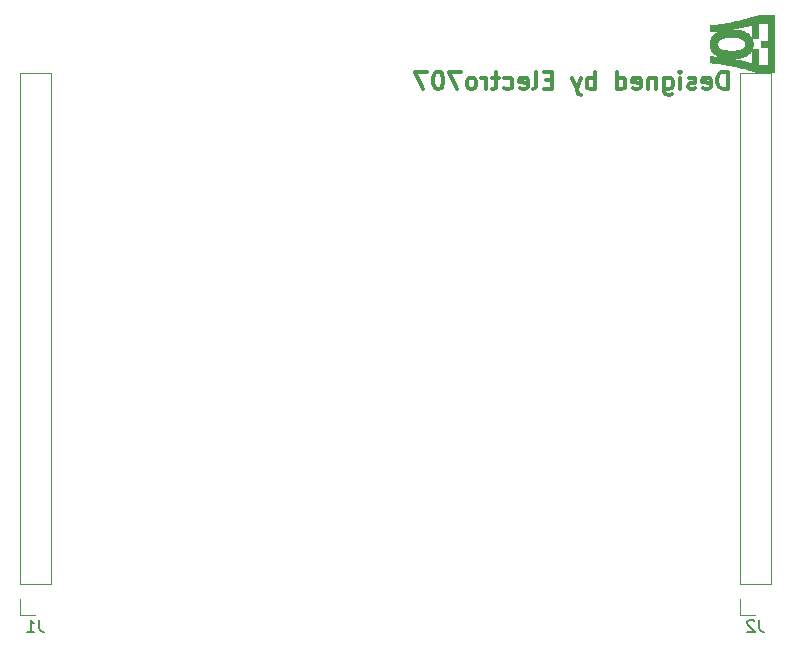
<source format=gbr>
G04 #@! TF.GenerationSoftware,KiCad,Pcbnew,5.1.6+dfsg1-1*
G04 #@! TF.CreationDate,2020-07-01T01:52:50-04:00*
G04 #@! TF.ProjectId,PCB,5043422e-6b69-4636-9164-5f7063625858,rev?*
G04 #@! TF.SameCoordinates,Original*
G04 #@! TF.FileFunction,Legend,Bot*
G04 #@! TF.FilePolarity,Positive*
%FSLAX46Y46*%
G04 Gerber Fmt 4.6, Leading zero omitted, Abs format (unit mm)*
G04 Created by KiCad (PCBNEW 5.1.6+dfsg1-1) date 2020-07-01 01:52:50*
%MOMM*%
%LPD*%
G01*
G04 APERTURE LIST*
%ADD10C,0.300000*%
%ADD11C,0.010000*%
%ADD12C,0.120000*%
%ADD13C,0.150000*%
G04 APERTURE END LIST*
D10*
X244028857Y-57193571D02*
X244028857Y-55693571D01*
X243671714Y-55693571D01*
X243457428Y-55765000D01*
X243314571Y-55907857D01*
X243243142Y-56050714D01*
X243171714Y-56336428D01*
X243171714Y-56550714D01*
X243243142Y-56836428D01*
X243314571Y-56979285D01*
X243457428Y-57122142D01*
X243671714Y-57193571D01*
X244028857Y-57193571D01*
X241957428Y-57122142D02*
X242100285Y-57193571D01*
X242386000Y-57193571D01*
X242528857Y-57122142D01*
X242600285Y-56979285D01*
X242600285Y-56407857D01*
X242528857Y-56265000D01*
X242386000Y-56193571D01*
X242100285Y-56193571D01*
X241957428Y-56265000D01*
X241886000Y-56407857D01*
X241886000Y-56550714D01*
X242600285Y-56693571D01*
X241314571Y-57122142D02*
X241171714Y-57193571D01*
X240886000Y-57193571D01*
X240743142Y-57122142D01*
X240671714Y-56979285D01*
X240671714Y-56907857D01*
X240743142Y-56765000D01*
X240886000Y-56693571D01*
X241100285Y-56693571D01*
X241243142Y-56622142D01*
X241314571Y-56479285D01*
X241314571Y-56407857D01*
X241243142Y-56265000D01*
X241100285Y-56193571D01*
X240886000Y-56193571D01*
X240743142Y-56265000D01*
X240028857Y-57193571D02*
X240028857Y-56193571D01*
X240028857Y-55693571D02*
X240100285Y-55765000D01*
X240028857Y-55836428D01*
X239957428Y-55765000D01*
X240028857Y-55693571D01*
X240028857Y-55836428D01*
X238671714Y-56193571D02*
X238671714Y-57407857D01*
X238743142Y-57550714D01*
X238814571Y-57622142D01*
X238957428Y-57693571D01*
X239171714Y-57693571D01*
X239314571Y-57622142D01*
X238671714Y-57122142D02*
X238814571Y-57193571D01*
X239100285Y-57193571D01*
X239243142Y-57122142D01*
X239314571Y-57050714D01*
X239386000Y-56907857D01*
X239386000Y-56479285D01*
X239314571Y-56336428D01*
X239243142Y-56265000D01*
X239100285Y-56193571D01*
X238814571Y-56193571D01*
X238671714Y-56265000D01*
X237957428Y-56193571D02*
X237957428Y-57193571D01*
X237957428Y-56336428D02*
X237886000Y-56265000D01*
X237743142Y-56193571D01*
X237528857Y-56193571D01*
X237386000Y-56265000D01*
X237314571Y-56407857D01*
X237314571Y-57193571D01*
X236028857Y-57122142D02*
X236171714Y-57193571D01*
X236457428Y-57193571D01*
X236600285Y-57122142D01*
X236671714Y-56979285D01*
X236671714Y-56407857D01*
X236600285Y-56265000D01*
X236457428Y-56193571D01*
X236171714Y-56193571D01*
X236028857Y-56265000D01*
X235957428Y-56407857D01*
X235957428Y-56550714D01*
X236671714Y-56693571D01*
X234671714Y-57193571D02*
X234671714Y-55693571D01*
X234671714Y-57122142D02*
X234814571Y-57193571D01*
X235100285Y-57193571D01*
X235243142Y-57122142D01*
X235314571Y-57050714D01*
X235386000Y-56907857D01*
X235386000Y-56479285D01*
X235314571Y-56336428D01*
X235243142Y-56265000D01*
X235100285Y-56193571D01*
X234814571Y-56193571D01*
X234671714Y-56265000D01*
X232814571Y-57193571D02*
X232814571Y-55693571D01*
X232814571Y-56265000D02*
X232671714Y-56193571D01*
X232386000Y-56193571D01*
X232243142Y-56265000D01*
X232171714Y-56336428D01*
X232100285Y-56479285D01*
X232100285Y-56907857D01*
X232171714Y-57050714D01*
X232243142Y-57122142D01*
X232386000Y-57193571D01*
X232671714Y-57193571D01*
X232814571Y-57122142D01*
X231600285Y-56193571D02*
X231243142Y-57193571D01*
X230886000Y-56193571D02*
X231243142Y-57193571D01*
X231386000Y-57550714D01*
X231457428Y-57622142D01*
X231600285Y-57693571D01*
X229171714Y-56407857D02*
X228671714Y-56407857D01*
X228457428Y-57193571D02*
X229171714Y-57193571D01*
X229171714Y-55693571D01*
X228457428Y-55693571D01*
X227600285Y-57193571D02*
X227743142Y-57122142D01*
X227814571Y-56979285D01*
X227814571Y-55693571D01*
X226457428Y-57122142D02*
X226600285Y-57193571D01*
X226886000Y-57193571D01*
X227028857Y-57122142D01*
X227100285Y-56979285D01*
X227100285Y-56407857D01*
X227028857Y-56265000D01*
X226886000Y-56193571D01*
X226600285Y-56193571D01*
X226457428Y-56265000D01*
X226386000Y-56407857D01*
X226386000Y-56550714D01*
X227100285Y-56693571D01*
X225100285Y-57122142D02*
X225243142Y-57193571D01*
X225528857Y-57193571D01*
X225671714Y-57122142D01*
X225743142Y-57050714D01*
X225814571Y-56907857D01*
X225814571Y-56479285D01*
X225743142Y-56336428D01*
X225671714Y-56265000D01*
X225528857Y-56193571D01*
X225243142Y-56193571D01*
X225100285Y-56265000D01*
X224671714Y-56193571D02*
X224100285Y-56193571D01*
X224457428Y-55693571D02*
X224457428Y-56979285D01*
X224386000Y-57122142D01*
X224243142Y-57193571D01*
X224100285Y-57193571D01*
X223600285Y-57193571D02*
X223600285Y-56193571D01*
X223600285Y-56479285D02*
X223528857Y-56336428D01*
X223457428Y-56265000D01*
X223314571Y-56193571D01*
X223171714Y-56193571D01*
X222457428Y-57193571D02*
X222600285Y-57122142D01*
X222671714Y-57050714D01*
X222743142Y-56907857D01*
X222743142Y-56479285D01*
X222671714Y-56336428D01*
X222600285Y-56265000D01*
X222457428Y-56193571D01*
X222243142Y-56193571D01*
X222100285Y-56265000D01*
X222028857Y-56336428D01*
X221957428Y-56479285D01*
X221957428Y-56907857D01*
X222028857Y-57050714D01*
X222100285Y-57122142D01*
X222243142Y-57193571D01*
X222457428Y-57193571D01*
X221457428Y-55693571D02*
X220457428Y-55693571D01*
X221100285Y-57193571D01*
X219600285Y-55693571D02*
X219457428Y-55693571D01*
X219314571Y-55765000D01*
X219243142Y-55836428D01*
X219171714Y-55979285D01*
X219100285Y-56265000D01*
X219100285Y-56622142D01*
X219171714Y-56907857D01*
X219243142Y-57050714D01*
X219314571Y-57122142D01*
X219457428Y-57193571D01*
X219600285Y-57193571D01*
X219743142Y-57122142D01*
X219814571Y-57050714D01*
X219886000Y-56907857D01*
X219957428Y-56622142D01*
X219957428Y-56265000D01*
X219886000Y-55979285D01*
X219814571Y-55836428D01*
X219743142Y-55765000D01*
X219600285Y-55693571D01*
X218600285Y-55693571D02*
X217600285Y-55693571D01*
X218243142Y-57193571D01*
D11*
G36*
X246609249Y-50921810D02*
G01*
X246542673Y-50943336D01*
X246487958Y-50960573D01*
X246422745Y-50980334D01*
X246348195Y-51002303D01*
X246265468Y-51026164D01*
X246175727Y-51051599D01*
X246080133Y-51078294D01*
X245979846Y-51105930D01*
X245876029Y-51134192D01*
X245769842Y-51162763D01*
X245662447Y-51191327D01*
X245555004Y-51219568D01*
X245448677Y-51247167D01*
X245344624Y-51273811D01*
X245244009Y-51299181D01*
X245165076Y-51318765D01*
X244897754Y-51383338D01*
X244641272Y-51442816D01*
X244395606Y-51497202D01*
X244160732Y-51546502D01*
X243936625Y-51590719D01*
X243723261Y-51629857D01*
X243520618Y-51663920D01*
X243328670Y-51692913D01*
X243147395Y-51716840D01*
X242976767Y-51735705D01*
X242816763Y-51749512D01*
X242667359Y-51758265D01*
X242634295Y-51759571D01*
X242518786Y-51763697D01*
X242518786Y-52277917D01*
X242598292Y-52277859D01*
X242682036Y-52276676D01*
X242775479Y-52273224D01*
X242878943Y-52267481D01*
X242992750Y-52259422D01*
X243117223Y-52249024D01*
X243252683Y-52236263D01*
X243399454Y-52221115D01*
X243458257Y-52214728D01*
X243466613Y-52214461D01*
X243464964Y-52216682D01*
X243452896Y-52221566D01*
X243429993Y-52229287D01*
X243403855Y-52237542D01*
X243275351Y-52281955D01*
X243157239Y-52332247D01*
X243049399Y-52388509D01*
X242951709Y-52450832D01*
X242864050Y-52519306D01*
X242786300Y-52594022D01*
X242718340Y-52675071D01*
X242660048Y-52762544D01*
X242628250Y-52820959D01*
X242592039Y-52901505D01*
X242563537Y-52983891D01*
X242542362Y-53069931D01*
X242528131Y-53161441D01*
X242520462Y-53260233D01*
X242518786Y-53340000D01*
X242521808Y-53445586D01*
X242531126Y-53542524D01*
X242547120Y-53632610D01*
X242570167Y-53717636D01*
X242600645Y-53799397D01*
X242628237Y-53858914D01*
X242658652Y-53915805D01*
X242690152Y-53966451D01*
X242725084Y-54014082D01*
X242765795Y-54061928D01*
X242808620Y-54107136D01*
X242884484Y-54177043D01*
X242968606Y-54240815D01*
X243061552Y-54298772D01*
X243163891Y-54351234D01*
X243276190Y-54398521D01*
X243399015Y-54440951D01*
X243403855Y-54442459D01*
X243435645Y-54452554D01*
X243456271Y-54459673D01*
X243466147Y-54463992D01*
X243465690Y-54465683D01*
X243458257Y-54465272D01*
X243307104Y-54449211D01*
X243167384Y-54435546D01*
X243038774Y-54424253D01*
X242920952Y-54415308D01*
X242813596Y-54408687D01*
X242716383Y-54404368D01*
X242628991Y-54402325D01*
X242598292Y-54402141D01*
X242518786Y-54402084D01*
X242518786Y-54918125D01*
X242568290Y-54918212D01*
X242602268Y-54918816D01*
X242645688Y-54920429D01*
X242696043Y-54922904D01*
X242750831Y-54926093D01*
X242807545Y-54929848D01*
X242863682Y-54934021D01*
X242916738Y-54938464D01*
X242926818Y-54939378D01*
X243084046Y-54955700D01*
X243251863Y-54976703D01*
X243429844Y-55002300D01*
X243502863Y-55014009D01*
X243502863Y-54474090D01*
X243497924Y-54471894D01*
X243498863Y-54470089D01*
X243505984Y-54469371D01*
X243506863Y-54470089D01*
X243506040Y-54473657D01*
X243502863Y-54474090D01*
X243502863Y-55014009D01*
X243617564Y-55032403D01*
X243814599Y-55066926D01*
X244020523Y-55105780D01*
X244234913Y-55148880D01*
X244457344Y-55196137D01*
X244687391Y-55247464D01*
X244924629Y-55302775D01*
X245168634Y-55361982D01*
X245418981Y-55424998D01*
X245675246Y-55491735D01*
X245867049Y-55543089D01*
X245927959Y-55559704D01*
X245993343Y-55577759D01*
X246061641Y-55596807D01*
X246131294Y-55616402D01*
X246200742Y-55636098D01*
X246268426Y-55655448D01*
X246332787Y-55674005D01*
X246392264Y-55691324D01*
X246445298Y-55706958D01*
X246490330Y-55720460D01*
X246525800Y-55731384D01*
X246534164Y-55734035D01*
X246609723Y-55758191D01*
X247439173Y-55758191D01*
X247439173Y-55122141D01*
X246635110Y-55122141D01*
X246635110Y-53802037D01*
X246119069Y-53802037D01*
X246119069Y-54994092D01*
X246048564Y-54973705D01*
X245973506Y-54952682D01*
X245887823Y-54929905D01*
X245792718Y-54905654D01*
X245689391Y-54880209D01*
X245579047Y-54853853D01*
X245462886Y-54826865D01*
X245342110Y-54799526D01*
X245217923Y-54772117D01*
X245091525Y-54744919D01*
X244964120Y-54718213D01*
X244885972Y-54702191D01*
X244837431Y-54692471D01*
X244781198Y-54681455D01*
X244718966Y-54669457D01*
X244652429Y-54656790D01*
X244583280Y-54643767D01*
X244513213Y-54630703D01*
X244443920Y-54617909D01*
X244377095Y-54605701D01*
X244314432Y-54594390D01*
X244257624Y-54584291D01*
X244208364Y-54575718D01*
X244168346Y-54568983D01*
X244152414Y-54566416D01*
X244125715Y-54562177D01*
X244104003Y-54558678D01*
X244089629Y-54556301D01*
X244084909Y-54555433D01*
X244090700Y-54555361D01*
X244107243Y-54555293D01*
X244133284Y-54555233D01*
X244167574Y-54555182D01*
X244208861Y-54555141D01*
X244255896Y-54555113D01*
X244307427Y-54555098D01*
X244332428Y-54555096D01*
X244365139Y-54555015D01*
X244365139Y-53918397D01*
X244301438Y-53918368D01*
X244238966Y-53917835D01*
X244179924Y-53916798D01*
X244126516Y-53915256D01*
X244080945Y-53913210D01*
X244048906Y-53910978D01*
X243915371Y-53896224D01*
X243792551Y-53876432D01*
X243680469Y-53851613D01*
X243579147Y-53821779D01*
X243488606Y-53786943D01*
X243408870Y-53747116D01*
X243339960Y-53702310D01*
X243281898Y-53652538D01*
X243234707Y-53597810D01*
X243198408Y-53538138D01*
X243173025Y-53473536D01*
X243163747Y-53436020D01*
X243157640Y-53390254D01*
X243155727Y-53338965D01*
X243158019Y-53287882D01*
X243163333Y-53248640D01*
X243182288Y-53180558D01*
X243212133Y-53117511D01*
X243252867Y-53059500D01*
X243304485Y-53006527D01*
X243366983Y-52958595D01*
X243440359Y-52915705D01*
X243502863Y-52887627D01*
X243502863Y-52211911D01*
X243497924Y-52209716D01*
X243498863Y-52207911D01*
X243505984Y-52207193D01*
X243506863Y-52207911D01*
X243506040Y-52211478D01*
X243502863Y-52211911D01*
X243502863Y-52887627D01*
X243524608Y-52877858D01*
X243619727Y-52845058D01*
X243725714Y-52817305D01*
X243842563Y-52794603D01*
X243970272Y-52776951D01*
X244048906Y-52769065D01*
X244085594Y-52766595D01*
X244132073Y-52764623D01*
X244186143Y-52763151D01*
X244245603Y-52762177D01*
X244308254Y-52761703D01*
X244371896Y-52761728D01*
X244434329Y-52762251D01*
X244493353Y-52763274D01*
X244546768Y-52764796D01*
X244592374Y-52766817D01*
X244624951Y-52769065D01*
X244757994Y-52783645D01*
X244880148Y-52803138D01*
X244991481Y-52827568D01*
X245092064Y-52856960D01*
X245181966Y-52891335D01*
X245261256Y-52930719D01*
X245330006Y-52975133D01*
X245388283Y-53024602D01*
X245390874Y-53027160D01*
X245438361Y-53082059D01*
X245474786Y-53141448D01*
X245500275Y-53205631D01*
X245514952Y-53274910D01*
X245519022Y-53340000D01*
X245513576Y-53414317D01*
X245497237Y-53483596D01*
X245470005Y-53547838D01*
X245431882Y-53607042D01*
X245382866Y-53661209D01*
X245322958Y-53710339D01*
X245252158Y-53754431D01*
X245170465Y-53793485D01*
X245077881Y-53827502D01*
X244974405Y-53856481D01*
X244860038Y-53880422D01*
X244734778Y-53899325D01*
X244624951Y-53910978D01*
X244588158Y-53913470D01*
X244541576Y-53915458D01*
X244487411Y-53916942D01*
X244427864Y-53917922D01*
X244365139Y-53918397D01*
X244365139Y-54555015D01*
X244411820Y-54554898D01*
X244481259Y-54554226D01*
X244542786Y-54552967D01*
X244598445Y-54551005D01*
X244650278Y-54548226D01*
X244700326Y-54544515D01*
X244750632Y-54539758D01*
X244803239Y-54533839D01*
X244860188Y-54526645D01*
X244875603Y-54524599D01*
X245028647Y-54500031D01*
X245172543Y-54468529D01*
X245307150Y-54430144D01*
X245432327Y-54384928D01*
X245547934Y-54332933D01*
X245653830Y-54274209D01*
X245749876Y-54208809D01*
X245762945Y-54198800D01*
X245793539Y-54173528D01*
X245827706Y-54142865D01*
X245862669Y-54109514D01*
X245895650Y-54076180D01*
X245923870Y-54045566D01*
X245939420Y-54027054D01*
X245999983Y-53941033D01*
X246051086Y-53848032D01*
X246092413Y-53748848D01*
X246123649Y-53644273D01*
X246144477Y-53535102D01*
X246148739Y-53500749D01*
X246151741Y-53463095D01*
X246153737Y-53416914D01*
X246154727Y-53365639D01*
X246154711Y-53312702D01*
X246153689Y-53261535D01*
X246151662Y-53215571D01*
X246148739Y-53179251D01*
X246130972Y-53066785D01*
X246102814Y-52960251D01*
X246064347Y-52859726D01*
X246015654Y-52765284D01*
X245956817Y-52676999D01*
X245887920Y-52594949D01*
X245809043Y-52519206D01*
X245720272Y-52449847D01*
X245621687Y-52386946D01*
X245513372Y-52330578D01*
X245395409Y-52280819D01*
X245267880Y-52237744D01*
X245130870Y-52201427D01*
X245053985Y-52184855D01*
X244975486Y-52170095D01*
X244899352Y-52157745D01*
X244823654Y-52147644D01*
X244746465Y-52139630D01*
X244665857Y-52133543D01*
X244579901Y-52129221D01*
X244486671Y-52126504D01*
X244384237Y-52125231D01*
X244338100Y-52125088D01*
X244084251Y-52124905D01*
X244149085Y-52114317D01*
X244257851Y-52096049D01*
X244372954Y-52075773D01*
X244493229Y-52053740D01*
X244617510Y-52030200D01*
X244744631Y-52005402D01*
X244873426Y-51979597D01*
X245002729Y-51953034D01*
X245131375Y-51925964D01*
X245258197Y-51898637D01*
X245382031Y-51871303D01*
X245501709Y-51844211D01*
X245616067Y-51817612D01*
X245723938Y-51791756D01*
X245824156Y-51766893D01*
X245915556Y-51743272D01*
X245996972Y-51721144D01*
X246040615Y-51708667D01*
X246119069Y-51685734D01*
X246119069Y-52877964D01*
X246635110Y-52877964D01*
X246635110Y-51557860D01*
X247439173Y-51557860D01*
X247439173Y-53081980D01*
X246839126Y-53081980D01*
X246839126Y-53598021D01*
X247439173Y-53598021D01*
X247439173Y-55122141D01*
X247439173Y-55758191D01*
X247955214Y-55758191D01*
X247955214Y-50921810D01*
X246609249Y-50921810D01*
G37*
X246609249Y-50921810D02*
X246542673Y-50943336D01*
X246487958Y-50960573D01*
X246422745Y-50980334D01*
X246348195Y-51002303D01*
X246265468Y-51026164D01*
X246175727Y-51051599D01*
X246080133Y-51078294D01*
X245979846Y-51105930D01*
X245876029Y-51134192D01*
X245769842Y-51162763D01*
X245662447Y-51191327D01*
X245555004Y-51219568D01*
X245448677Y-51247167D01*
X245344624Y-51273811D01*
X245244009Y-51299181D01*
X245165076Y-51318765D01*
X244897754Y-51383338D01*
X244641272Y-51442816D01*
X244395606Y-51497202D01*
X244160732Y-51546502D01*
X243936625Y-51590719D01*
X243723261Y-51629857D01*
X243520618Y-51663920D01*
X243328670Y-51692913D01*
X243147395Y-51716840D01*
X242976767Y-51735705D01*
X242816763Y-51749512D01*
X242667359Y-51758265D01*
X242634295Y-51759571D01*
X242518786Y-51763697D01*
X242518786Y-52277917D01*
X242598292Y-52277859D01*
X242682036Y-52276676D01*
X242775479Y-52273224D01*
X242878943Y-52267481D01*
X242992750Y-52259422D01*
X243117223Y-52249024D01*
X243252683Y-52236263D01*
X243399454Y-52221115D01*
X243458257Y-52214728D01*
X243466613Y-52214461D01*
X243464964Y-52216682D01*
X243452896Y-52221566D01*
X243429993Y-52229287D01*
X243403855Y-52237542D01*
X243275351Y-52281955D01*
X243157239Y-52332247D01*
X243049399Y-52388509D01*
X242951709Y-52450832D01*
X242864050Y-52519306D01*
X242786300Y-52594022D01*
X242718340Y-52675071D01*
X242660048Y-52762544D01*
X242628250Y-52820959D01*
X242592039Y-52901505D01*
X242563537Y-52983891D01*
X242542362Y-53069931D01*
X242528131Y-53161441D01*
X242520462Y-53260233D01*
X242518786Y-53340000D01*
X242521808Y-53445586D01*
X242531126Y-53542524D01*
X242547120Y-53632610D01*
X242570167Y-53717636D01*
X242600645Y-53799397D01*
X242628237Y-53858914D01*
X242658652Y-53915805D01*
X242690152Y-53966451D01*
X242725084Y-54014082D01*
X242765795Y-54061928D01*
X242808620Y-54107136D01*
X242884484Y-54177043D01*
X242968606Y-54240815D01*
X243061552Y-54298772D01*
X243163891Y-54351234D01*
X243276190Y-54398521D01*
X243399015Y-54440951D01*
X243403855Y-54442459D01*
X243435645Y-54452554D01*
X243456271Y-54459673D01*
X243466147Y-54463992D01*
X243465690Y-54465683D01*
X243458257Y-54465272D01*
X243307104Y-54449211D01*
X243167384Y-54435546D01*
X243038774Y-54424253D01*
X242920952Y-54415308D01*
X242813596Y-54408687D01*
X242716383Y-54404368D01*
X242628991Y-54402325D01*
X242598292Y-54402141D01*
X242518786Y-54402084D01*
X242518786Y-54918125D01*
X242568290Y-54918212D01*
X242602268Y-54918816D01*
X242645688Y-54920429D01*
X242696043Y-54922904D01*
X242750831Y-54926093D01*
X242807545Y-54929848D01*
X242863682Y-54934021D01*
X242916738Y-54938464D01*
X242926818Y-54939378D01*
X243084046Y-54955700D01*
X243251863Y-54976703D01*
X243429844Y-55002300D01*
X243502863Y-55014009D01*
X243502863Y-54474090D01*
X243497924Y-54471894D01*
X243498863Y-54470089D01*
X243505984Y-54469371D01*
X243506863Y-54470089D01*
X243506040Y-54473657D01*
X243502863Y-54474090D01*
X243502863Y-55014009D01*
X243617564Y-55032403D01*
X243814599Y-55066926D01*
X244020523Y-55105780D01*
X244234913Y-55148880D01*
X244457344Y-55196137D01*
X244687391Y-55247464D01*
X244924629Y-55302775D01*
X245168634Y-55361982D01*
X245418981Y-55424998D01*
X245675246Y-55491735D01*
X245867049Y-55543089D01*
X245927959Y-55559704D01*
X245993343Y-55577759D01*
X246061641Y-55596807D01*
X246131294Y-55616402D01*
X246200742Y-55636098D01*
X246268426Y-55655448D01*
X246332787Y-55674005D01*
X246392264Y-55691324D01*
X246445298Y-55706958D01*
X246490330Y-55720460D01*
X246525800Y-55731384D01*
X246534164Y-55734035D01*
X246609723Y-55758191D01*
X247439173Y-55758191D01*
X247439173Y-55122141D01*
X246635110Y-55122141D01*
X246635110Y-53802037D01*
X246119069Y-53802037D01*
X246119069Y-54994092D01*
X246048564Y-54973705D01*
X245973506Y-54952682D01*
X245887823Y-54929905D01*
X245792718Y-54905654D01*
X245689391Y-54880209D01*
X245579047Y-54853853D01*
X245462886Y-54826865D01*
X245342110Y-54799526D01*
X245217923Y-54772117D01*
X245091525Y-54744919D01*
X244964120Y-54718213D01*
X244885972Y-54702191D01*
X244837431Y-54692471D01*
X244781198Y-54681455D01*
X244718966Y-54669457D01*
X244652429Y-54656790D01*
X244583280Y-54643767D01*
X244513213Y-54630703D01*
X244443920Y-54617909D01*
X244377095Y-54605701D01*
X244314432Y-54594390D01*
X244257624Y-54584291D01*
X244208364Y-54575718D01*
X244168346Y-54568983D01*
X244152414Y-54566416D01*
X244125715Y-54562177D01*
X244104003Y-54558678D01*
X244089629Y-54556301D01*
X244084909Y-54555433D01*
X244090700Y-54555361D01*
X244107243Y-54555293D01*
X244133284Y-54555233D01*
X244167574Y-54555182D01*
X244208861Y-54555141D01*
X244255896Y-54555113D01*
X244307427Y-54555098D01*
X244332428Y-54555096D01*
X244365139Y-54555015D01*
X244365139Y-53918397D01*
X244301438Y-53918368D01*
X244238966Y-53917835D01*
X244179924Y-53916798D01*
X244126516Y-53915256D01*
X244080945Y-53913210D01*
X244048906Y-53910978D01*
X243915371Y-53896224D01*
X243792551Y-53876432D01*
X243680469Y-53851613D01*
X243579147Y-53821779D01*
X243488606Y-53786943D01*
X243408870Y-53747116D01*
X243339960Y-53702310D01*
X243281898Y-53652538D01*
X243234707Y-53597810D01*
X243198408Y-53538138D01*
X243173025Y-53473536D01*
X243163747Y-53436020D01*
X243157640Y-53390254D01*
X243155727Y-53338965D01*
X243158019Y-53287882D01*
X243163333Y-53248640D01*
X243182288Y-53180558D01*
X243212133Y-53117511D01*
X243252867Y-53059500D01*
X243304485Y-53006527D01*
X243366983Y-52958595D01*
X243440359Y-52915705D01*
X243502863Y-52887627D01*
X243502863Y-52211911D01*
X243497924Y-52209716D01*
X243498863Y-52207911D01*
X243505984Y-52207193D01*
X243506863Y-52207911D01*
X243506040Y-52211478D01*
X243502863Y-52211911D01*
X243502863Y-52887627D01*
X243524608Y-52877858D01*
X243619727Y-52845058D01*
X243725714Y-52817305D01*
X243842563Y-52794603D01*
X243970272Y-52776951D01*
X244048906Y-52769065D01*
X244085594Y-52766595D01*
X244132073Y-52764623D01*
X244186143Y-52763151D01*
X244245603Y-52762177D01*
X244308254Y-52761703D01*
X244371896Y-52761728D01*
X244434329Y-52762251D01*
X244493353Y-52763274D01*
X244546768Y-52764796D01*
X244592374Y-52766817D01*
X244624951Y-52769065D01*
X244757994Y-52783645D01*
X244880148Y-52803138D01*
X244991481Y-52827568D01*
X245092064Y-52856960D01*
X245181966Y-52891335D01*
X245261256Y-52930719D01*
X245330006Y-52975133D01*
X245388283Y-53024602D01*
X245390874Y-53027160D01*
X245438361Y-53082059D01*
X245474786Y-53141448D01*
X245500275Y-53205631D01*
X245514952Y-53274910D01*
X245519022Y-53340000D01*
X245513576Y-53414317D01*
X245497237Y-53483596D01*
X245470005Y-53547838D01*
X245431882Y-53607042D01*
X245382866Y-53661209D01*
X245322958Y-53710339D01*
X245252158Y-53754431D01*
X245170465Y-53793485D01*
X245077881Y-53827502D01*
X244974405Y-53856481D01*
X244860038Y-53880422D01*
X244734778Y-53899325D01*
X244624951Y-53910978D01*
X244588158Y-53913470D01*
X244541576Y-53915458D01*
X244487411Y-53916942D01*
X244427864Y-53917922D01*
X244365139Y-53918397D01*
X244365139Y-54555015D01*
X244411820Y-54554898D01*
X244481259Y-54554226D01*
X244542786Y-54552967D01*
X244598445Y-54551005D01*
X244650278Y-54548226D01*
X244700326Y-54544515D01*
X244750632Y-54539758D01*
X244803239Y-54533839D01*
X244860188Y-54526645D01*
X244875603Y-54524599D01*
X245028647Y-54500031D01*
X245172543Y-54468529D01*
X245307150Y-54430144D01*
X245432327Y-54384928D01*
X245547934Y-54332933D01*
X245653830Y-54274209D01*
X245749876Y-54208809D01*
X245762945Y-54198800D01*
X245793539Y-54173528D01*
X245827706Y-54142865D01*
X245862669Y-54109514D01*
X245895650Y-54076180D01*
X245923870Y-54045566D01*
X245939420Y-54027054D01*
X245999983Y-53941033D01*
X246051086Y-53848032D01*
X246092413Y-53748848D01*
X246123649Y-53644273D01*
X246144477Y-53535102D01*
X246148739Y-53500749D01*
X246151741Y-53463095D01*
X246153737Y-53416914D01*
X246154727Y-53365639D01*
X246154711Y-53312702D01*
X246153689Y-53261535D01*
X246151662Y-53215571D01*
X246148739Y-53179251D01*
X246130972Y-53066785D01*
X246102814Y-52960251D01*
X246064347Y-52859726D01*
X246015654Y-52765284D01*
X245956817Y-52676999D01*
X245887920Y-52594949D01*
X245809043Y-52519206D01*
X245720272Y-52449847D01*
X245621687Y-52386946D01*
X245513372Y-52330578D01*
X245395409Y-52280819D01*
X245267880Y-52237744D01*
X245130870Y-52201427D01*
X245053985Y-52184855D01*
X244975486Y-52170095D01*
X244899352Y-52157745D01*
X244823654Y-52147644D01*
X244746465Y-52139630D01*
X244665857Y-52133543D01*
X244579901Y-52129221D01*
X244486671Y-52126504D01*
X244384237Y-52125231D01*
X244338100Y-52125088D01*
X244084251Y-52124905D01*
X244149085Y-52114317D01*
X244257851Y-52096049D01*
X244372954Y-52075773D01*
X244493229Y-52053740D01*
X244617510Y-52030200D01*
X244744631Y-52005402D01*
X244873426Y-51979597D01*
X245002729Y-51953034D01*
X245131375Y-51925964D01*
X245258197Y-51898637D01*
X245382031Y-51871303D01*
X245501709Y-51844211D01*
X245616067Y-51817612D01*
X245723938Y-51791756D01*
X245824156Y-51766893D01*
X245915556Y-51743272D01*
X245996972Y-51721144D01*
X246040615Y-51708667D01*
X246119069Y-51685734D01*
X246119069Y-52877964D01*
X246635110Y-52877964D01*
X246635110Y-51557860D01*
X247439173Y-51557860D01*
X247439173Y-53081980D01*
X246839126Y-53081980D01*
X246839126Y-53598021D01*
X247439173Y-53598021D01*
X247439173Y-55122141D01*
X247439173Y-55758191D01*
X247955214Y-55758191D01*
X247955214Y-50921810D01*
X246609249Y-50921810D01*
D12*
X245050000Y-101660000D02*
X246380000Y-101660000D01*
X245050000Y-100330000D02*
X245050000Y-101660000D01*
X245050000Y-99060000D02*
X247710000Y-99060000D01*
X247710000Y-99060000D02*
X247710000Y-55820000D01*
X245050000Y-99060000D02*
X245050000Y-55820000D01*
X245050000Y-55820000D02*
X247710000Y-55820000D01*
X184090000Y-55820000D02*
X186750000Y-55820000D01*
X184090000Y-99060000D02*
X184090000Y-55820000D01*
X186750000Y-99060000D02*
X186750000Y-55820000D01*
X184090000Y-99060000D02*
X186750000Y-99060000D01*
X184090000Y-100330000D02*
X184090000Y-101660000D01*
X184090000Y-101660000D02*
X185420000Y-101660000D01*
D13*
X246713333Y-102112380D02*
X246713333Y-102826666D01*
X246760952Y-102969523D01*
X246856190Y-103064761D01*
X246999047Y-103112380D01*
X247094285Y-103112380D01*
X246284761Y-102207619D02*
X246237142Y-102160000D01*
X246141904Y-102112380D01*
X245903809Y-102112380D01*
X245808571Y-102160000D01*
X245760952Y-102207619D01*
X245713333Y-102302857D01*
X245713333Y-102398095D01*
X245760952Y-102540952D01*
X246332380Y-103112380D01*
X245713333Y-103112380D01*
X185753333Y-102112380D02*
X185753333Y-102826666D01*
X185800952Y-102969523D01*
X185896190Y-103064761D01*
X186039047Y-103112380D01*
X186134285Y-103112380D01*
X184753333Y-103112380D02*
X185324761Y-103112380D01*
X185039047Y-103112380D02*
X185039047Y-102112380D01*
X185134285Y-102255238D01*
X185229523Y-102350476D01*
X185324761Y-102398095D01*
M02*

</source>
